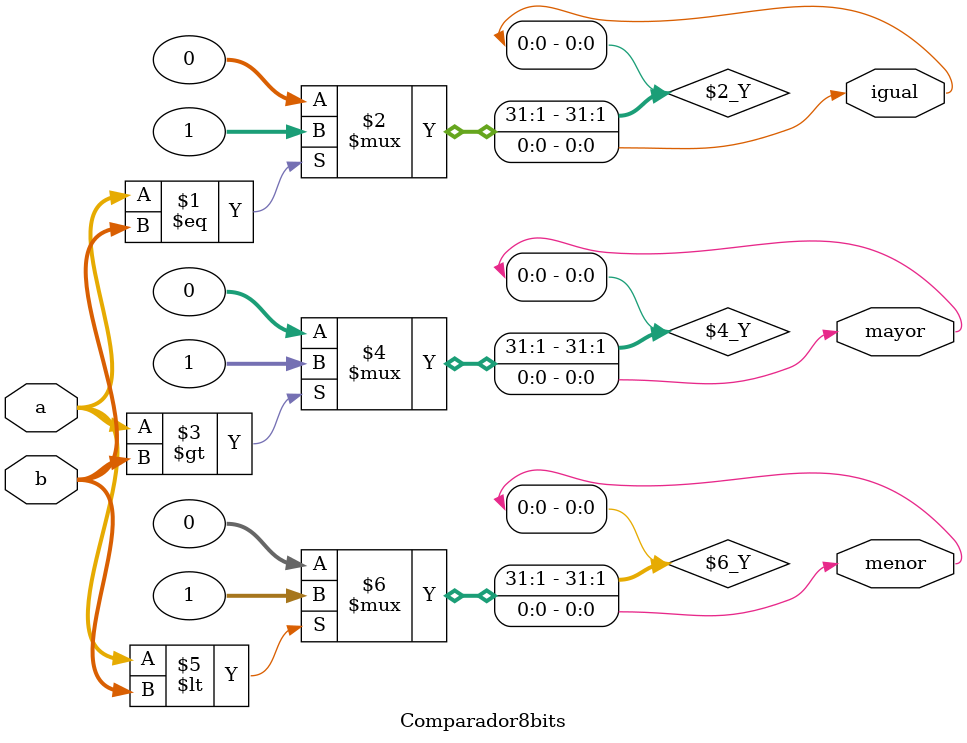
<source format=v>
`timescale 1ns / 1ps
module Comparador8bits(
    input signed [7:0] a,
    input signed [7:0] b,
    output igual,
    output mayor,
    output menor
    );
	 
	 assign igual = ( a == b ) ? 1:0;
	 assign mayor = ( a > b ) ? 1:0;
	 assign menor = ( a < b ) ? 1:0;
	 


endmodule

</source>
